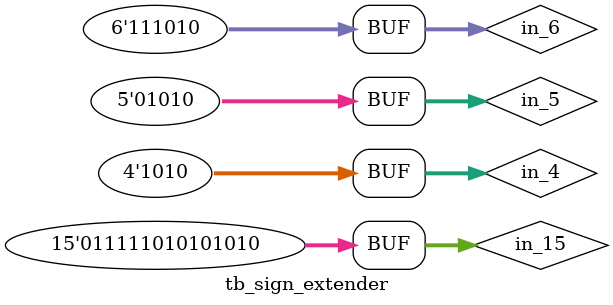
<source format=v>
`timescale 1ns / 1ps

module tb_sign_extender();
    reg [3:0] in_4 = 4'b1010;
    wire [15:0] out_4;
    reg [4:0] in_5 = 5'b01010;
    wire [15:0] out_5;
    reg [5:0] in_6 = 6'b111010;
    wire [15:0] out_6;
    reg [14:0] in_15 = 15'b011111010101010;
    wire [15:0] out_15;
    sign_extender #(4) dut4 (.in(in_4), .out(out_4));
    sign_extender #(5) dut5 (.in(in_5), .out(out_5));
    sign_extender #(6) dut6 (.in(in_6), .out(out_6));
    sign_extender #(15) dut15 (.in(in_15), .out(out_15));
    initial begin
        #1; // wait for period 
    end
endmodule

</source>
